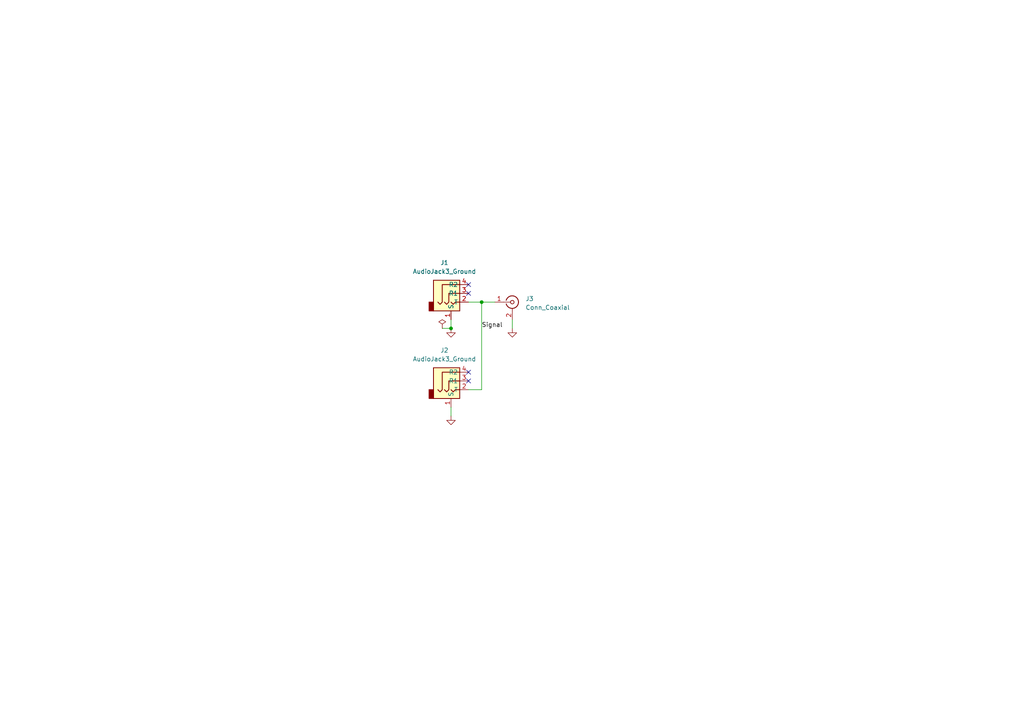
<source format=kicad_sch>
(kicad_sch (version 20231120) (generator "eeschema") (generator_version "8.0")
  (paper "A4")
  (title_block (title "EuroTap") (date "2024-02-20") (rev "0v01") (company "SloBlo Labs"))
  (lib_symbols
    (symbol "Connector:Conn_Coaxial" (pin_names (offset 1.016) hide)
      (property "Reference" "J" (at 0.254 3.048 0))
      (property "Value" "Conn_Coaxial" (at 2.921 0 90))
      (symbol "Conn_Coaxial_0_1"
        (arc (start -1.778 -0.508) (mid 0.2311 -1.8066) (end 1.778 0) (stroke (width 0.254)))
        (polyline (pts (xy -2.54 0) (xy -0.508 0)))
        (polyline (pts (xy 0 -2.54) (xy 0 -1.778)))
        (circle (center 0 0) (radius 0.508) (stroke (width 0.2032)))
        (arc (start 1.778 0) (mid 0.2099 1.8101) (end -1.778 0.508) (stroke (width 0.254)))
      )
      (symbol "Conn_Coaxial_1_1"
        (pin passive line (at -5.08 0 0) (length 2.54) (name "In") (number "1"))
        (pin passive line (at 0 -5.08 90) (length 2.54) (name "Ext") (number "2"))
      )
    )
    (symbol "SloBlo:AudioJack3_Ground"
      (property "Reference" "J2" (at -1.905 8.89 0))
      (property "Value" "AudioJack3_Ground" (at -1.905 6.35 0))
      (symbol "AudioJack3_Ground_0_1"
        (rectangle (start -5.08 -2.54) (end -6.35 -5.08) (stroke (width 0.254)) (fill (type outline)))
        (rectangle (start -5.08 3.81) (end 2.54 -5.08) (stroke (width 0.254)) (fill (type background)))
        (polyline (pts (xy 0 -2.54) (xy 0.635 -3.175) (xy 1.27 -2.54) (xy 2.54 -2.54)) (stroke (width 0.254)))
        (polyline (pts (xy -1.905 -2.54) (xy -1.27 -3.175) (xy -0.635 -2.54) (xy -0.635 0) (xy 2.54 0)) (stroke (width 0.254)))
        (polyline (pts (xy 2.54 2.54) (xy -2.54 2.54) (xy -2.54 -2.54) (xy -3.175 -3.175) (xy -3.81 -2.54)) (stroke (width 0.254)))
      )
      (symbol "AudioJack3_Ground_1_1"
        (pin passive line (at 0 -7.62 90) (length 2.54) (name "S") (number "1"))
        (pin passive line (at 5.08 -2.54 180) (length 2.54) (name "T") (number "2"))
        (pin passive line (at 5.08 0 180) (length 2.54) (name "R1") (number "3"))
        (pin passive line (at 5.08 2.54 180) (length 2.54) (name "R2") (number "4"))
      )
    )
    (symbol "power:GND" (power) (pin_names (offset 0))
      (property "Value" "GND" (at 0 -3.81 0))
      (symbol "GND_0_1"
        (polyline (pts (xy 0 0) (xy 0 -1.27) (xy 1.27 -1.27) (xy 0 -2.54) (xy -1.27 -1.27) (xy 0 -1.27)))
      )
      (symbol "GND_1_1"
        (pin power_in line (at 0 0 270) (length 0) hide (name "GND") (number "1"))
      )
    )
    (symbol "power:PWR_FLAG" (power) (pin_numbers hide) (pin_names (offset 0) hide)
      (property "Value" "PWR_FLAG" (at 0 3.81 0))
      (symbol "PWR_FLAG_0_0"
        (pin power_out line (at 0 0 90) (length 0) (name "pwr") (number "1"))
      )
      (symbol "PWR_FLAG_0_1"
        (polyline (pts (xy 0 0) (xy 0 1.27) (xy -1.016 1.905) (xy 0 2.54) (xy 1.016 1.905) (xy 0 1.27)))
      )
    )
  )
  (junction (at 139.7 87.63))
  (junction (at 130.81 95.25))
  (no_connect (at 135.89 82.55))
  (no_connect (at 135.89 110.49))
  (no_connect (at 135.89 85.09))
  (no_connect (at 135.89 107.95))
  (wire (pts (xy 148.59 92.71) (xy 148.59 95.25)))
  (wire (pts (xy 139.7 113.03) (xy 135.89 113.03)))
  (wire (pts (xy 139.7 87.63) (xy 139.7 113.03)))
  (wire (pts (xy 130.81 118.11) (xy 130.81 120.65)))
  (wire (pts (xy 128.27 95.25) (xy 130.81 95.25)))
  (wire (pts (xy 135.89 87.63) (xy 139.7 87.63)))
  (wire (pts (xy 139.7 87.63) (xy 143.51 87.63)))
  (wire (pts (xy 130.81 92.71) (xy 130.81 95.25)))
  (label "Signal" (at 139.7 95.25 0))
  (symbol (lib_id "Connector:Conn_Coaxial") (at 148.59 87.63 0) (unit 1)
    (property "Reference" "J3" (at 152.4 86.6532 0) (effects (justify left)))
    (property "Value" "Conn_Coaxial" (at 152.4 89.1932 0) (effects (justify left)))
    (property "Footprint" "Connector_Coaxial:SMA_Samtec_SMA-J-P-X-ST-EM1_EdgeMount" (effects (hide yes)))
    (property "Datasheet" " ~" (effects (hide yes)))
  )
  (symbol (lib_id "power:GND") (at 130.81 120.65 0) (unit 1)
    (property "Reference" "#PWR01" (effects (hide yes)))
    (property "Value" "GND" (effects (hide yes)))
  )
  (symbol (lib_id "SloBlo:AudioJack3_Ground") (at 130.81 85.09 0) (unit 1)
    (property "Reference" "J1" (at 128.905 76.2 0))
    (property "Value" "AudioJack3_Ground" (at 128.905 78.74 0))
    (property "Footprint" "SloBlo:Jack_3.5mm_PJ311_Horizontal" (effects (hide yes)))
    (property "Datasheet" "https://www.mouser.de/datasheet/2/670/sj2_3595x_smt-1779291.pdf" (effects (hide yes)))
  )
  (symbol (lib_id "power:GND") (at 130.81 95.25 0) (unit 1)
    (property "Reference" "#PWR02" (effects (hide yes)))
    (property "Value" "GND" (effects (hide yes)))
  )
  (symbol (lib_id "power:GND") (at 148.59 95.25 0) (unit 1)
    (property "Reference" "#PWR03" (effects (hide yes)))
    (property "Value" "GND" (effects (hide yes)))
  )
  (symbol (lib_id "SloBlo:AudioJack3_Ground") (at 130.81 110.49 0) (unit 1)
    (property "Reference" "J2" (at 128.905 101.6 0))
    (property "Value" "AudioJack3_Ground" (at 128.905 104.14 0))
    (property "Footprint" "SloBlo:Jack_3.5mm_PJ311_Horizontal" (effects (hide yes)))
    (property "Datasheet" "https://www.mouser.de/datasheet/2/670/sj2_3595x_smt-1779291.pdf" (effects (hide yes)))
  )
  (symbol (lib_id "power:PWR_FLAG") (at 128.27 95.25 0) (unit 1)
    (property "Reference" "#FLG01" (effects (hide yes)))
    (property "Value" "PWR_FLAG" (effects (hide yes)))
  )
)
</source>
